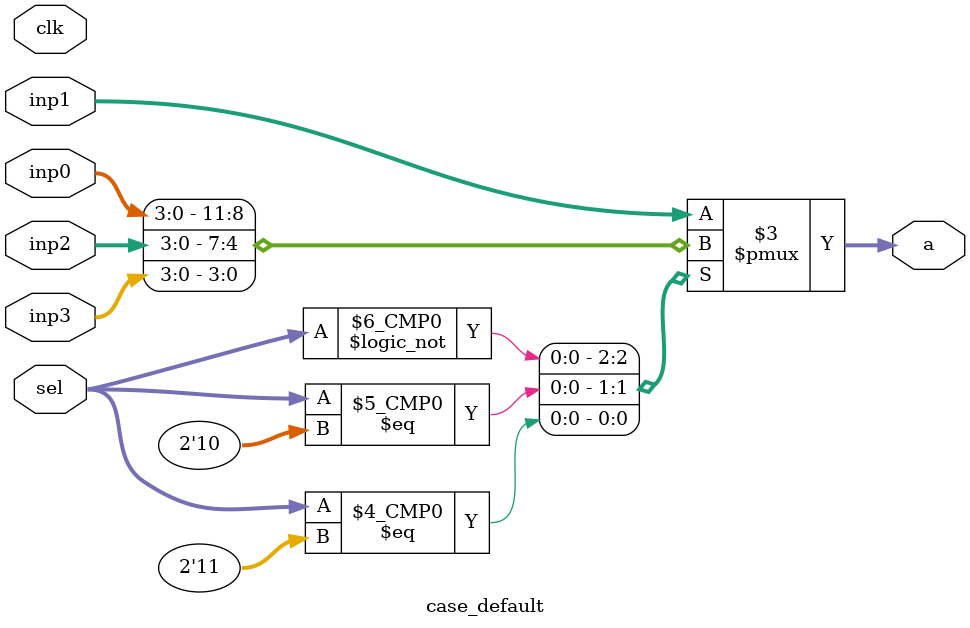
<source format=sv>
module case_default(input logic clk,
                    input logic[1:0] sel,
                    input logic[3:0] inp0,
                    input logic[3:0] inp1,
                    input logic[3:0] inp2,
                    input logic[3:0] inp3,
                    output logic[3:0] a);

always_comb
 case (sel)
   2'b00: a = inp0;
   //2'b01: a = inp1;
   2'b10: a = inp2;
   2'b11: a = inp3;
   default: a = inp1;
 endcase

endmodule

</source>
